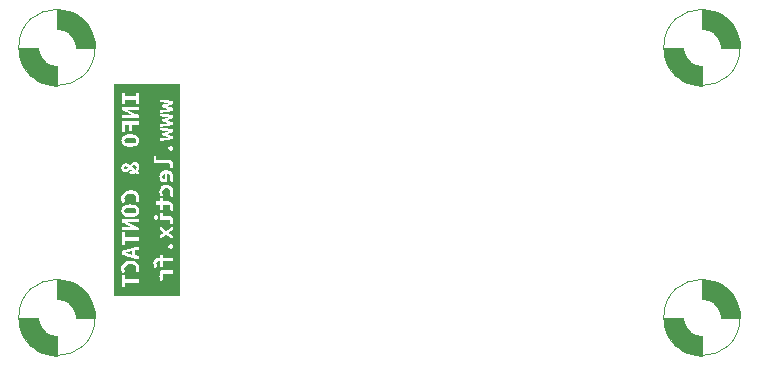
<source format=gbo>
G04 #@! TF.GenerationSoftware,KiCad,Pcbnew,6.0.9-8da3e8f707~116~ubuntu20.04.1*
G04 #@! TF.CreationDate,2023-04-19T17:26:23+00:00*
G04 #@! TF.ProjectId,LEC022102,4c454330-3232-4313-9032-2e6b69636164,rev?*
G04 #@! TF.SameCoordinates,Original*
G04 #@! TF.FileFunction,Legend,Bot*
G04 #@! TF.FilePolarity,Positive*
%FSLAX46Y46*%
G04 Gerber Fmt 4.6, Leading zero omitted, Abs format (unit mm)*
G04 Created by KiCad (PCBNEW 6.0.9-8da3e8f707~116~ubuntu20.04.1) date 2023-04-19 17:26:23*
%MOMM*%
%LPD*%
G01*
G04 APERTURE LIST*
%ADD10C,0.120000*%
%ADD11C,0.010000*%
G04 APERTURE END LIST*
D10*
G04 #@! TO.C,H1*
X148004903Y-71120000D02*
G75*
G03*
X148004903Y-71120000I-3224903J0D01*
G01*
G36*
X143180000Y-71220000D02*
G01*
X143280000Y-71620000D01*
X143480000Y-72020000D01*
X143880000Y-72420000D01*
X144280000Y-72620000D01*
X144680000Y-72720000D01*
X144780000Y-72720000D01*
X144780000Y-74344903D01*
X144280000Y-74320000D01*
X143280000Y-74020000D01*
X142480000Y-73420000D01*
X141980000Y-72720000D01*
X141680000Y-72020000D01*
X141580000Y-71620000D01*
X141580000Y-71120000D01*
X143180000Y-71120000D01*
X143180000Y-71220000D01*
G37*
D11*
X143180000Y-71220000D02*
X143280000Y-71620000D01*
X143480000Y-72020000D01*
X143880000Y-72420000D01*
X144280000Y-72620000D01*
X144680000Y-72720000D01*
X144780000Y-72720000D01*
X144780000Y-74344903D01*
X144280000Y-74320000D01*
X143280000Y-74020000D01*
X142480000Y-73420000D01*
X141980000Y-72720000D01*
X141680000Y-72020000D01*
X141580000Y-71620000D01*
X141580000Y-71120000D01*
X143180000Y-71120000D01*
X143180000Y-71220000D01*
G36*
X145280000Y-67920000D02*
G01*
X146280000Y-68220000D01*
X147080000Y-68820000D01*
X147580000Y-69520000D01*
X147880000Y-70220000D01*
X147980000Y-70620000D01*
X147980000Y-71120000D01*
X146380000Y-71120000D01*
X146380000Y-71020000D01*
X146280000Y-70620000D01*
X146080000Y-70220000D01*
X145680000Y-69820000D01*
X145280000Y-69620000D01*
X144880000Y-69520000D01*
X144780000Y-69520000D01*
X144780000Y-67895097D01*
X145280000Y-67920000D01*
G37*
X145280000Y-67920000D02*
X146280000Y-68220000D01*
X147080000Y-68820000D01*
X147580000Y-69520000D01*
X147880000Y-70220000D01*
X147980000Y-70620000D01*
X147980000Y-71120000D01*
X146380000Y-71120000D01*
X146380000Y-71020000D01*
X146280000Y-70620000D01*
X146080000Y-70220000D01*
X145680000Y-69820000D01*
X145280000Y-69620000D01*
X144880000Y-69520000D01*
X144780000Y-69520000D01*
X144780000Y-67895097D01*
X145280000Y-67920000D01*
D10*
G04 #@! TO.C,H2*
X93394903Y-93980000D02*
G75*
G03*
X93394903Y-93980000I-3224903J0D01*
G01*
G36*
X90670000Y-90780000D02*
G01*
X91670000Y-91080000D01*
X92470000Y-91680000D01*
X92970000Y-92380000D01*
X93270000Y-93080000D01*
X93370000Y-93480000D01*
X93370000Y-93980000D01*
X91770000Y-93980000D01*
X91770000Y-93880000D01*
X91670000Y-93480000D01*
X91470000Y-93080000D01*
X91070000Y-92680000D01*
X90670000Y-92480000D01*
X90270000Y-92380000D01*
X90170000Y-92380000D01*
X90170000Y-90755097D01*
X90670000Y-90780000D01*
G37*
D11*
X90670000Y-90780000D02*
X91670000Y-91080000D01*
X92470000Y-91680000D01*
X92970000Y-92380000D01*
X93270000Y-93080000D01*
X93370000Y-93480000D01*
X93370000Y-93980000D01*
X91770000Y-93980000D01*
X91770000Y-93880000D01*
X91670000Y-93480000D01*
X91470000Y-93080000D01*
X91070000Y-92680000D01*
X90670000Y-92480000D01*
X90270000Y-92380000D01*
X90170000Y-92380000D01*
X90170000Y-90755097D01*
X90670000Y-90780000D01*
G36*
X88570000Y-94080000D02*
G01*
X88670000Y-94480000D01*
X88870000Y-94880000D01*
X89270000Y-95280000D01*
X89670000Y-95480000D01*
X90070000Y-95580000D01*
X90170000Y-95580000D01*
X90170000Y-97204903D01*
X89670000Y-97180000D01*
X88670000Y-96880000D01*
X87870000Y-96280000D01*
X87370000Y-95580000D01*
X87070000Y-94880000D01*
X86970000Y-94480000D01*
X86970000Y-93980000D01*
X88570000Y-93980000D01*
X88570000Y-94080000D01*
G37*
X88570000Y-94080000D02*
X88670000Y-94480000D01*
X88870000Y-94880000D01*
X89270000Y-95280000D01*
X89670000Y-95480000D01*
X90070000Y-95580000D01*
X90170000Y-95580000D01*
X90170000Y-97204903D01*
X89670000Y-97180000D01*
X88670000Y-96880000D01*
X87870000Y-96280000D01*
X87370000Y-95580000D01*
X87070000Y-94880000D01*
X86970000Y-94480000D01*
X86970000Y-93980000D01*
X88570000Y-93980000D01*
X88570000Y-94080000D01*
D10*
G04 #@! TO.C,H3*
X148004903Y-93980000D02*
G75*
G03*
X148004903Y-93980000I-3224903J0D01*
G01*
G36*
X143180000Y-94080000D02*
G01*
X143280000Y-94480000D01*
X143480000Y-94880000D01*
X143880000Y-95280000D01*
X144280000Y-95480000D01*
X144680000Y-95580000D01*
X144780000Y-95580000D01*
X144780000Y-97204903D01*
X144280000Y-97180000D01*
X143280000Y-96880000D01*
X142480000Y-96280000D01*
X141980000Y-95580000D01*
X141680000Y-94880000D01*
X141580000Y-94480000D01*
X141580000Y-93980000D01*
X143180000Y-93980000D01*
X143180000Y-94080000D01*
G37*
D11*
X143180000Y-94080000D02*
X143280000Y-94480000D01*
X143480000Y-94880000D01*
X143880000Y-95280000D01*
X144280000Y-95480000D01*
X144680000Y-95580000D01*
X144780000Y-95580000D01*
X144780000Y-97204903D01*
X144280000Y-97180000D01*
X143280000Y-96880000D01*
X142480000Y-96280000D01*
X141980000Y-95580000D01*
X141680000Y-94880000D01*
X141580000Y-94480000D01*
X141580000Y-93980000D01*
X143180000Y-93980000D01*
X143180000Y-94080000D01*
G36*
X145280000Y-90780000D02*
G01*
X146280000Y-91080000D01*
X147080000Y-91680000D01*
X147580000Y-92380000D01*
X147880000Y-93080000D01*
X147980000Y-93480000D01*
X147980000Y-93980000D01*
X146380000Y-93980000D01*
X146380000Y-93880000D01*
X146280000Y-93480000D01*
X146080000Y-93080000D01*
X145680000Y-92680000D01*
X145280000Y-92480000D01*
X144880000Y-92380000D01*
X144780000Y-92380000D01*
X144780000Y-90755097D01*
X145280000Y-90780000D01*
G37*
X145280000Y-90780000D02*
X146280000Y-91080000D01*
X147080000Y-91680000D01*
X147580000Y-92380000D01*
X147880000Y-93080000D01*
X147980000Y-93480000D01*
X147980000Y-93980000D01*
X146380000Y-93980000D01*
X146380000Y-93880000D01*
X146280000Y-93480000D01*
X146080000Y-93080000D01*
X145680000Y-92680000D01*
X145280000Y-92480000D01*
X144880000Y-92380000D01*
X144780000Y-92380000D01*
X144780000Y-90755097D01*
X145280000Y-90780000D01*
D10*
G04 #@! TO.C,H4*
X93394903Y-71120000D02*
G75*
G03*
X93394903Y-71120000I-3224903J0D01*
G01*
G36*
X90670000Y-67920000D02*
G01*
X91670000Y-68220000D01*
X92470000Y-68820000D01*
X92970000Y-69520000D01*
X93270000Y-70220000D01*
X93370000Y-70620000D01*
X93370000Y-71120000D01*
X91770000Y-71120000D01*
X91770000Y-71020000D01*
X91670000Y-70620000D01*
X91470000Y-70220000D01*
X91070000Y-69820000D01*
X90670000Y-69620000D01*
X90270000Y-69520000D01*
X90170000Y-69520000D01*
X90170000Y-67895097D01*
X90670000Y-67920000D01*
G37*
D11*
X90670000Y-67920000D02*
X91670000Y-68220000D01*
X92470000Y-68820000D01*
X92970000Y-69520000D01*
X93270000Y-70220000D01*
X93370000Y-70620000D01*
X93370000Y-71120000D01*
X91770000Y-71120000D01*
X91770000Y-71020000D01*
X91670000Y-70620000D01*
X91470000Y-70220000D01*
X91070000Y-69820000D01*
X90670000Y-69620000D01*
X90270000Y-69520000D01*
X90170000Y-69520000D01*
X90170000Y-67895097D01*
X90670000Y-67920000D01*
G36*
X88570000Y-71220000D02*
G01*
X88670000Y-71620000D01*
X88870000Y-72020000D01*
X89270000Y-72420000D01*
X89670000Y-72620000D01*
X90070000Y-72720000D01*
X90170000Y-72720000D01*
X90170000Y-74344903D01*
X89670000Y-74320000D01*
X88670000Y-74020000D01*
X87870000Y-73420000D01*
X87370000Y-72720000D01*
X87070000Y-72020000D01*
X86970000Y-71620000D01*
X86970000Y-71120000D01*
X88570000Y-71120000D01*
X88570000Y-71220000D01*
G37*
X88570000Y-71220000D02*
X88670000Y-71620000D01*
X88870000Y-72020000D01*
X89270000Y-72420000D01*
X89670000Y-72620000D01*
X90070000Y-72720000D01*
X90170000Y-72720000D01*
X90170000Y-74344903D01*
X89670000Y-74320000D01*
X88670000Y-74020000D01*
X87870000Y-73420000D01*
X87370000Y-72720000D01*
X87070000Y-72020000D01*
X86970000Y-71620000D01*
X86970000Y-71120000D01*
X88570000Y-71120000D01*
X88570000Y-71220000D01*
G04 #@! TO.C,kibuzzard-62BCA36B*
G36*
X97753487Y-92181660D02*
G01*
X97753487Y-90507344D01*
X98858388Y-90507344D01*
X98860769Y-90575209D01*
X98869103Y-90669269D01*
X98883391Y-90770472D01*
X98906013Y-90862150D01*
X99177475Y-90809763D01*
X99163188Y-90741897D01*
X99150091Y-90662125D01*
X99141756Y-90583544D01*
X99139375Y-90519250D01*
X99145328Y-90397806D01*
X99167950Y-90276363D01*
X99999006Y-90276363D01*
X99999006Y-89981088D01*
X98953638Y-89981088D01*
X98914942Y-90099257D01*
X98884581Y-90220403D01*
X98864936Y-90353455D01*
X98858388Y-90507344D01*
X97753487Y-90507344D01*
X97753487Y-89383394D01*
X98348800Y-89383394D01*
X98365469Y-89573894D01*
X98420238Y-89750106D01*
X98658363Y-89700100D01*
X98619072Y-89563178D01*
X98598831Y-89407206D01*
X98605975Y-89329816D01*
X98636931Y-89265522D01*
X98704797Y-89221469D01*
X98820288Y-89204800D01*
X98879819Y-89204800D01*
X98879819Y-89664381D01*
X99122706Y-89664381D01*
X99122706Y-89204800D01*
X99999006Y-89204800D01*
X99999006Y-88909525D01*
X99122706Y-88909525D01*
X99122706Y-88664256D01*
X98879819Y-88664256D01*
X98879819Y-88909525D01*
X98815525Y-88909525D01*
X98691402Y-88919348D01*
X98590497Y-88948816D01*
X98447622Y-89054781D01*
X98371422Y-89207181D01*
X98348800Y-89383394D01*
X97753487Y-89383394D01*
X97753487Y-87985600D01*
X99601338Y-87985600D01*
X99656106Y-88133238D01*
X99810888Y-88197531D01*
X99970431Y-88133238D01*
X100025200Y-87985600D01*
X100010913Y-87904638D01*
X99969241Y-87836772D01*
X99902566Y-87789147D01*
X99810888Y-87771288D01*
X99721591Y-87789147D01*
X99656106Y-87836772D01*
X99615625Y-87904638D01*
X99601338Y-87985600D01*
X97753487Y-87985600D01*
X97753487Y-87328375D01*
X98879819Y-87328375D01*
X99417981Y-86966425D01*
X99564428Y-87078344D01*
X99720400Y-87183119D01*
X99870419Y-87273606D01*
X99999006Y-87342663D01*
X99999006Y-87037863D01*
X99884111Y-86973569D01*
X99782312Y-86909275D01*
X99691825Y-86846767D01*
X99610863Y-86787831D01*
X99704922Y-86719966D01*
X99796600Y-86659244D01*
X99892445Y-86601498D01*
X99999006Y-86542563D01*
X99999006Y-86244906D01*
X99859703Y-86327059D01*
X99712066Y-86424691D01*
X99563238Y-86531847D01*
X99422744Y-86640194D01*
X98879819Y-86247288D01*
X98879819Y-86554469D01*
X99229863Y-86802119D01*
X98879819Y-87030719D01*
X98879819Y-87328375D01*
X97753487Y-87328375D01*
X97753487Y-85694838D01*
X98879819Y-85694838D01*
X99572763Y-85694838D01*
X99721591Y-85731747D01*
X99770406Y-85854381D01*
X99759691Y-85952013D01*
X99715637Y-86080600D01*
X99951381Y-86118700D01*
X100009722Y-85948441D01*
X100025200Y-85801994D01*
X100016866Y-85696921D01*
X99991863Y-85610303D01*
X99895422Y-85486478D01*
X99741831Y-85420994D01*
X99644795Y-85406706D01*
X99534663Y-85401944D01*
X99122706Y-85401944D01*
X99122706Y-85092381D01*
X98879819Y-85092381D01*
X98879819Y-85694838D01*
X97753487Y-85694838D01*
X97753487Y-85497194D01*
X98370231Y-85497194D01*
X98420238Y-85628163D01*
X98558350Y-85682931D01*
X98694081Y-85628163D01*
X98744088Y-85497194D01*
X98694081Y-85367416D01*
X98558350Y-85313838D01*
X98420238Y-85367416D01*
X98370231Y-85497194D01*
X97753487Y-85497194D01*
X97753487Y-84449444D01*
X98551206Y-84449444D01*
X98879819Y-84449444D01*
X98879819Y-84918550D01*
X99122706Y-84918550D01*
X99122706Y-84449444D01*
X99575144Y-84449444D01*
X99675156Y-84461350D01*
X99734687Y-84494688D01*
X99763262Y-84547075D01*
X99770406Y-84616131D01*
X99768025Y-84691141D01*
X99759691Y-84757816D01*
X99741831Y-84824491D01*
X99710875Y-84899500D01*
X99963288Y-84939981D01*
X100010913Y-84764959D01*
X100025200Y-84582794D01*
X100008531Y-84401819D01*
X99944238Y-84268469D01*
X99809697Y-84185125D01*
X99709387Y-84163694D01*
X99582288Y-84156550D01*
X99122706Y-84156550D01*
X99122706Y-83901756D01*
X98879819Y-83901756D01*
X98879819Y-84156550D01*
X98598831Y-84156550D01*
X98551206Y-84449444D01*
X97753487Y-84449444D01*
X97753487Y-83370738D01*
X98851244Y-83370738D01*
X98865531Y-83551713D01*
X98913156Y-83716019D01*
X99148900Y-83651725D01*
X99119134Y-83545759D01*
X99106038Y-83396931D01*
X99131041Y-83221909D01*
X99200097Y-83108800D01*
X99306062Y-83046888D01*
X99439413Y-83027838D01*
X99577525Y-83049566D01*
X99682300Y-83114753D01*
X99748380Y-83232327D01*
X99770406Y-83411219D01*
X99760881Y-83555284D01*
X99729925Y-83692206D01*
X99970431Y-83735069D01*
X100009722Y-83585050D01*
X100021330Y-83489205D01*
X100025200Y-83377881D01*
X100013889Y-83218635D01*
X99979956Y-83083797D01*
X99926378Y-82972176D01*
X99856131Y-82882581D01*
X99770406Y-82814418D01*
X99670394Y-82767091D01*
X99559070Y-82739409D01*
X99439413Y-82730181D01*
X99321541Y-82739706D01*
X99210813Y-82768281D01*
X99110502Y-82816502D01*
X99023884Y-82884963D01*
X98952447Y-82973962D01*
X98897678Y-83083797D01*
X98862852Y-83215659D01*
X98851244Y-83370738D01*
X97753487Y-83370738D01*
X97753487Y-82037238D01*
X98851244Y-82037238D01*
X98867516Y-82189108D01*
X98916331Y-82314521D01*
X98997691Y-82413475D01*
X99110271Y-82484913D01*
X99252749Y-82527775D01*
X99425125Y-82542063D01*
X99484656Y-82540872D01*
X99534663Y-82537300D01*
X99534663Y-81811019D01*
X99632591Y-81833641D01*
X99707303Y-81901506D01*
X99754630Y-82005091D01*
X99770406Y-82134869D01*
X99751356Y-82302747D01*
X99713256Y-82437288D01*
X99963288Y-82477769D01*
X100007341Y-82315844D01*
X100025200Y-82122963D01*
X100015973Y-81987529D01*
X99988291Y-81866978D01*
X99942452Y-81762203D01*
X99878753Y-81674097D01*
X99797493Y-81603552D01*
X99698969Y-81551463D01*
X99582883Y-81519316D01*
X99448938Y-81508600D01*
X99310230Y-81519911D01*
X99189381Y-81553844D01*
X99086690Y-81606231D01*
X99002453Y-81672906D01*
X98936671Y-81752083D01*
X98889344Y-81841975D01*
X98860769Y-81938416D01*
X98851244Y-82037238D01*
X97753487Y-82037238D01*
X97753487Y-80932338D01*
X98360706Y-80932338D01*
X99575144Y-80932338D01*
X99729925Y-80977581D01*
X99770406Y-81091881D01*
X99746594Y-81239519D01*
X99715637Y-81318100D01*
X99951381Y-81356200D01*
X99968050Y-81324053D01*
X99993053Y-81258569D01*
X100015675Y-81159747D01*
X100025200Y-81027588D01*
X99995137Y-80852566D01*
X99904947Y-80732313D01*
X99757012Y-80662661D01*
X99553713Y-80639444D01*
X98603594Y-80639444D01*
X98603594Y-80329881D01*
X98360706Y-80329881D01*
X98360706Y-80932338D01*
X97753487Y-80932338D01*
X97753487Y-79651225D01*
X99601338Y-79651225D01*
X99656106Y-79798863D01*
X99810888Y-79863156D01*
X99970431Y-79798863D01*
X100025200Y-79651225D01*
X100010913Y-79570263D01*
X99969241Y-79502397D01*
X99902566Y-79454772D01*
X99810888Y-79436913D01*
X99721591Y-79454772D01*
X99656106Y-79502397D01*
X99615625Y-79570263D01*
X99601338Y-79651225D01*
X97753487Y-79651225D01*
X97753487Y-79027338D01*
X98879819Y-79027338D01*
X99040553Y-79012976D01*
X99196525Y-78996084D01*
X99347734Y-78976662D01*
X99494181Y-78954709D01*
X99678331Y-78922563D01*
X99846606Y-78888034D01*
X99999006Y-78851125D01*
X99999006Y-78629669D01*
X99863275Y-78580853D01*
X99743022Y-78537991D01*
X99621578Y-78497509D01*
X99482275Y-78455838D01*
X99619197Y-78412975D01*
X99739450Y-78373684D01*
X99860894Y-78332013D01*
X99999006Y-78279625D01*
X99999006Y-78058169D01*
X99888576Y-78030487D01*
X99766834Y-78004591D01*
X99635270Y-77980480D01*
X99495372Y-77958156D01*
X99348627Y-77937916D01*
X99196525Y-77920056D01*
X99039958Y-77903983D01*
X98879819Y-77889100D01*
X98879819Y-78139131D01*
X99016873Y-78145614D01*
X99151810Y-78152360D01*
X99284631Y-78159372D01*
X99417717Y-78168500D01*
X99553448Y-78181597D01*
X99691825Y-78198663D01*
X99523947Y-78252241D01*
X99376309Y-78292722D01*
X99240578Y-78326059D01*
X99106038Y-78358206D01*
X99106038Y-78570138D01*
X99240578Y-78599903D01*
X99376309Y-78633241D01*
X99523947Y-78671341D01*
X99691825Y-78720156D01*
X99584669Y-78733253D01*
X99482275Y-78743969D01*
X99382560Y-78752601D01*
X99283441Y-78759447D01*
X99085797Y-78768972D01*
X98984891Y-78772841D01*
X98879819Y-78777306D01*
X98879819Y-79027338D01*
X97753487Y-79027338D01*
X97753487Y-77836713D01*
X98879819Y-77836713D01*
X99040553Y-77822351D01*
X99196525Y-77805459D01*
X99347734Y-77786037D01*
X99494181Y-77764084D01*
X99678331Y-77731938D01*
X99846606Y-77697409D01*
X99999006Y-77660500D01*
X99999006Y-77439044D01*
X99863275Y-77390228D01*
X99743022Y-77347366D01*
X99621578Y-77306884D01*
X99482275Y-77265213D01*
X99619197Y-77222350D01*
X99739450Y-77183059D01*
X99860894Y-77141388D01*
X99999006Y-77089000D01*
X99999006Y-76867544D01*
X99888576Y-76839862D01*
X99766834Y-76813966D01*
X99635270Y-76789855D01*
X99495372Y-76767531D01*
X99348627Y-76747291D01*
X99196525Y-76729431D01*
X99039958Y-76713358D01*
X98879819Y-76698475D01*
X98879819Y-76948506D01*
X99016873Y-76954989D01*
X99151810Y-76961735D01*
X99284631Y-76968747D01*
X99417717Y-76977875D01*
X99553448Y-76990972D01*
X99691825Y-77008038D01*
X99523947Y-77061616D01*
X99376309Y-77102097D01*
X99240578Y-77135434D01*
X99106038Y-77167581D01*
X99106038Y-77379513D01*
X99240578Y-77409278D01*
X99376309Y-77442616D01*
X99523947Y-77480716D01*
X99691825Y-77529531D01*
X99584669Y-77542628D01*
X99482275Y-77553344D01*
X99382560Y-77561976D01*
X99283441Y-77568822D01*
X99085797Y-77578347D01*
X98984891Y-77582216D01*
X98879819Y-77586681D01*
X98879819Y-77836713D01*
X97753487Y-77836713D01*
X97753487Y-76646088D01*
X98879819Y-76646088D01*
X99040553Y-76631726D01*
X99196525Y-76614834D01*
X99347734Y-76595412D01*
X99494181Y-76573459D01*
X99678331Y-76541313D01*
X99846606Y-76506784D01*
X99999006Y-76469875D01*
X99999006Y-76248419D01*
X99863275Y-76199603D01*
X99743022Y-76156741D01*
X99621578Y-76116259D01*
X99482275Y-76074588D01*
X99619197Y-76031725D01*
X99739450Y-75992434D01*
X99860894Y-75950763D01*
X99999006Y-75898375D01*
X99999006Y-75676919D01*
X99888576Y-75649237D01*
X99766834Y-75623341D01*
X99635270Y-75599230D01*
X99495372Y-75576906D01*
X99348627Y-75556666D01*
X99196525Y-75538806D01*
X99039958Y-75522733D01*
X98879819Y-75507850D01*
X98879819Y-75757881D01*
X99016873Y-75764364D01*
X99151810Y-75771110D01*
X99284631Y-75778122D01*
X99417717Y-75787250D01*
X99553448Y-75800347D01*
X99691825Y-75817413D01*
X99523947Y-75870991D01*
X99376309Y-75911472D01*
X99240578Y-75944809D01*
X99106038Y-75976956D01*
X99106038Y-76188888D01*
X99240578Y-76218653D01*
X99376309Y-76251991D01*
X99523947Y-76290091D01*
X99691825Y-76338906D01*
X99584669Y-76352003D01*
X99482275Y-76362719D01*
X99382560Y-76371351D01*
X99283441Y-76378197D01*
X99085797Y-76387722D01*
X98984891Y-76391591D01*
X98879819Y-76396056D01*
X98879819Y-76646088D01*
X97753487Y-76646088D01*
X97753487Y-74188340D01*
X100620513Y-74188340D01*
X100620513Y-92181660D01*
X97753487Y-92181660D01*
G37*
G36*
X99332256Y-82258694D02*
G01*
X99245341Y-82246788D01*
X99170331Y-82208688D01*
X99116753Y-82142013D01*
X99096513Y-82042000D01*
X99115563Y-81943178D01*
X99167950Y-81874122D01*
X99244150Y-81831259D01*
X99332256Y-81811019D01*
X99332256Y-82258694D01*
G37*
G04 #@! TO.C,kibuzzard-62BCA378*
G36*
X96869250Y-81110931D02*
G01*
X96928781Y-81252616D01*
X96907350Y-81362153D01*
X96833531Y-81464547D01*
X96751378Y-81396681D01*
X96671606Y-81326434D01*
X96593620Y-81255592D01*
X96516825Y-81185941D01*
X96603741Y-81101406D01*
X96728756Y-81069259D01*
X96869250Y-81110931D01*
G37*
G36*
X96098916Y-81195466D02*
G01*
X96209644Y-81254997D01*
X96096534Y-81371678D01*
X95961994Y-81412159D01*
X95867934Y-81382394D01*
X95835787Y-81305003D01*
X95876269Y-81209753D01*
X95992950Y-81174034D01*
X96098916Y-81195466D01*
G37*
G36*
X96547781Y-88648778D02*
G01*
X96395381Y-88620203D01*
X96248934Y-88588056D01*
X96101297Y-88549956D01*
X95942944Y-88505903D01*
X96101297Y-88461850D01*
X96248934Y-88423750D01*
X96395381Y-88390413D01*
X96547781Y-88360647D01*
X96547781Y-88648778D01*
G37*
G36*
X96496882Y-78752005D02*
G01*
X96594216Y-78758256D01*
X96757331Y-78791594D01*
X96866869Y-78861841D01*
X96907350Y-78983284D01*
X96866869Y-79103537D01*
X96756141Y-79174975D01*
X96593025Y-79208312D01*
X96496584Y-79214563D01*
X96393000Y-79216647D01*
X96289118Y-79214563D01*
X96191784Y-79208312D01*
X96028669Y-79174975D01*
X95919131Y-79104728D01*
X95878650Y-78983284D01*
X95919131Y-78861841D01*
X96029859Y-78791594D01*
X96192975Y-78758256D01*
X96289416Y-78752005D01*
X96393000Y-78749922D01*
X96496882Y-78752005D01*
G37*
G36*
X95028544Y-92181660D02*
G01*
X95028544Y-91425316D01*
X95657194Y-91425316D01*
X95900081Y-91425316D01*
X95900081Y-91037172D01*
X97131187Y-91037172D01*
X97131187Y-90741897D01*
X95900081Y-90741897D01*
X95900081Y-90353753D01*
X95657194Y-90353753D01*
X95657194Y-91425316D01*
X95028544Y-91425316D01*
X95028544Y-89837022D01*
X95623856Y-89837022D01*
X95636953Y-89978706D01*
X95666719Y-90089434D01*
X95702437Y-90169206D01*
X95731012Y-90218022D01*
X95964375Y-90141822D01*
X95903653Y-90009662D01*
X95878650Y-89832259D01*
X95903653Y-89697719D01*
X95986997Y-89581037D01*
X96142969Y-89497694D01*
X96252506Y-89473584D01*
X96385856Y-89465547D01*
X96541034Y-89475204D01*
X96670019Y-89504176D01*
X96772809Y-89552462D01*
X96873715Y-89667060D01*
X96907350Y-89837022D01*
X96881156Y-90026331D01*
X96828769Y-90146584D01*
X97059750Y-90220403D01*
X97129997Y-90052525D01*
X97154107Y-89938523D01*
X97162144Y-89808447D01*
X97139919Y-89616889D01*
X97073244Y-89458139D01*
X96962119Y-89332197D01*
X96851539Y-89260313D01*
X96719827Y-89208967D01*
X96566980Y-89178160D01*
X96393000Y-89167891D01*
X96219764Y-89180392D01*
X96066769Y-89217897D01*
X95934907Y-89277726D01*
X95825072Y-89357200D01*
X95738156Y-89454831D01*
X95675053Y-89569131D01*
X95636655Y-89697421D01*
X95623856Y-89837022D01*
X95028544Y-89837022D01*
X95028544Y-88672591D01*
X95657194Y-88672591D01*
X95821574Y-88724904D01*
X95990866Y-88777068D01*
X96165070Y-88829083D01*
X96344184Y-88880950D01*
X96491869Y-88922146D01*
X96644412Y-88962865D01*
X96801813Y-89003108D01*
X96964071Y-89042875D01*
X97131187Y-89082166D01*
X97131187Y-88767841D01*
X96790669Y-88698784D01*
X96790669Y-88305878D01*
X97131187Y-88239203D01*
X97131187Y-87934403D01*
X96959976Y-87976408D01*
X96794955Y-88018604D01*
X96636126Y-88060990D01*
X96483487Y-88103567D01*
X96337041Y-88146334D01*
X96160158Y-88199466D01*
X95987890Y-88251705D01*
X95820235Y-88303050D01*
X95657194Y-88353503D01*
X95657194Y-88672591D01*
X95028544Y-88672591D01*
X95028544Y-87853441D01*
X95657194Y-87853441D01*
X95900081Y-87853441D01*
X95900081Y-87465297D01*
X97131187Y-87465297D01*
X97131187Y-87170022D01*
X95900081Y-87170022D01*
X95900081Y-86781878D01*
X95657194Y-86781878D01*
X95657194Y-87853441D01*
X95028544Y-87853441D01*
X95028544Y-86612809D01*
X95657194Y-86612809D01*
X97131187Y-86612809D01*
X97131187Y-86377066D01*
X96967807Y-86308406D01*
X96804692Y-86235778D01*
X96641841Y-86159181D01*
X96478990Y-86078616D01*
X96315874Y-85994081D01*
X96152494Y-85905578D01*
X97131187Y-85905578D01*
X97131187Y-85641259D01*
X95657194Y-85641259D01*
X95657194Y-85877003D01*
X95766434Y-85943678D01*
X95884603Y-86010353D01*
X96006940Y-86076135D01*
X96128681Y-86140131D01*
X96248339Y-86200853D01*
X96364425Y-86256812D01*
X96471581Y-86306521D01*
X96564450Y-86348491D01*
X95657194Y-86348491D01*
X95657194Y-86612809D01*
X95028544Y-86612809D01*
X95028544Y-84936409D01*
X95623856Y-84936409D01*
X95645420Y-85095689D01*
X95710110Y-85227451D01*
X95817928Y-85331697D01*
X95926647Y-85391079D01*
X96058732Y-85433495D01*
X96214183Y-85458945D01*
X96393000Y-85467428D01*
X96571817Y-85458796D01*
X96727268Y-85432900D01*
X96859353Y-85389740D01*
X96968072Y-85329316D01*
X97075890Y-85224541D01*
X97140580Y-85094366D01*
X97162144Y-84938791D01*
X97140580Y-84779379D01*
X97075890Y-84647220D01*
X96968072Y-84542312D01*
X96859353Y-84482409D01*
X96727268Y-84439621D01*
X96571817Y-84413948D01*
X96393000Y-84405391D01*
X96214183Y-84414171D01*
X96058732Y-84440514D01*
X95926647Y-84484418D01*
X95817928Y-84545884D01*
X95710110Y-84651718D01*
X95645420Y-84781893D01*
X95623856Y-84936409D01*
X95028544Y-84936409D01*
X95028544Y-83883897D01*
X95623856Y-83883897D01*
X95636953Y-84025581D01*
X95666719Y-84136309D01*
X95702437Y-84216081D01*
X95731012Y-84264897D01*
X95964375Y-84188697D01*
X95903653Y-84056537D01*
X95878650Y-83879134D01*
X95903653Y-83744594D01*
X95986997Y-83627912D01*
X96142969Y-83544569D01*
X96252506Y-83520459D01*
X96385856Y-83512422D01*
X96541034Y-83522079D01*
X96670019Y-83551051D01*
X96772809Y-83599337D01*
X96873715Y-83713935D01*
X96907350Y-83883897D01*
X96881156Y-84073206D01*
X96828769Y-84193459D01*
X97059750Y-84267278D01*
X97129997Y-84099400D01*
X97154107Y-83985398D01*
X97162144Y-83855322D01*
X97139919Y-83663764D01*
X97073244Y-83505014D01*
X96962119Y-83379072D01*
X96851539Y-83307188D01*
X96719827Y-83255842D01*
X96566980Y-83225035D01*
X96393000Y-83214766D01*
X96219764Y-83227267D01*
X96066769Y-83264772D01*
X95934907Y-83324601D01*
X95825072Y-83404075D01*
X95738156Y-83501706D01*
X95675053Y-83616006D01*
X95636655Y-83744296D01*
X95623856Y-83883897D01*
X95028544Y-83883897D01*
X95028544Y-81305003D01*
X95623856Y-81305003D01*
X95645287Y-81435972D01*
X95708391Y-81550272D01*
X95813166Y-81631234D01*
X95959612Y-81662191D01*
X96072424Y-81644927D01*
X96182259Y-81593134D01*
X96282570Y-81504433D01*
X96366806Y-81376441D01*
X96483487Y-81476453D01*
X96604931Y-81583609D01*
X96472177Y-81609208D01*
X96316800Y-81619328D01*
X96347756Y-81862216D01*
X96476344Y-81852393D01*
X96595406Y-81827687D01*
X96704348Y-81791076D01*
X96802575Y-81745534D01*
X96964500Y-81847928D01*
X97131187Y-81916984D01*
X97131187Y-81638378D01*
X97004981Y-81581228D01*
X97067787Y-81499075D01*
X97113328Y-81414541D01*
X97150237Y-81245472D01*
X97116900Y-81058544D01*
X97027603Y-80925194D01*
X96897825Y-80845422D01*
X96743044Y-80819228D01*
X96631423Y-80833813D01*
X96525159Y-80877569D01*
X96429612Y-80950495D01*
X96350137Y-81052591D01*
X96185831Y-80958531D01*
X96007237Y-80921622D01*
X95839359Y-80954959D01*
X95719106Y-81043066D01*
X95647669Y-81165700D01*
X95623856Y-81305003D01*
X95028544Y-81305003D01*
X95028544Y-78983284D01*
X95623856Y-78983284D01*
X95645420Y-79142564D01*
X95710110Y-79274326D01*
X95817928Y-79378572D01*
X95926647Y-79437954D01*
X96058732Y-79480370D01*
X96214183Y-79505820D01*
X96393000Y-79514303D01*
X96571817Y-79505671D01*
X96727268Y-79479775D01*
X96859353Y-79436615D01*
X96968072Y-79376191D01*
X97075890Y-79271416D01*
X97140580Y-79141241D01*
X97162144Y-78985666D01*
X97140580Y-78826254D01*
X97075890Y-78694095D01*
X96968072Y-78589187D01*
X96859353Y-78529284D01*
X96727268Y-78486496D01*
X96571817Y-78460823D01*
X96393000Y-78452266D01*
X96214183Y-78461046D01*
X96058732Y-78487389D01*
X95926647Y-78531293D01*
X95817928Y-78592759D01*
X95710110Y-78698593D01*
X95645420Y-78828768D01*
X95623856Y-78983284D01*
X95028544Y-78983284D01*
X95028544Y-77347366D01*
X95657194Y-77347366D01*
X95657194Y-78249859D01*
X95900081Y-78249859D01*
X95900081Y-77640259D01*
X96257269Y-77640259D01*
X96257269Y-78173659D01*
X96500156Y-78173659D01*
X96500156Y-77640259D01*
X97131187Y-77640259D01*
X97131187Y-77347366D01*
X95657194Y-77347366D01*
X95028544Y-77347366D01*
X95028544Y-77087809D01*
X95657194Y-77087809D01*
X97131187Y-77087809D01*
X97131187Y-76852066D01*
X96967807Y-76783406D01*
X96804692Y-76710778D01*
X96641841Y-76634181D01*
X96478990Y-76553616D01*
X96315874Y-76469081D01*
X96152494Y-76380578D01*
X97131187Y-76380578D01*
X97131187Y-76116259D01*
X95657194Y-76116259D01*
X95657194Y-76352003D01*
X95766434Y-76418678D01*
X95884603Y-76485353D01*
X96006940Y-76551135D01*
X96128681Y-76615131D01*
X96248339Y-76675853D01*
X96364425Y-76731812D01*
X96471581Y-76781521D01*
X96564450Y-76823491D01*
X95657194Y-76823491D01*
X95657194Y-77087809D01*
X95028544Y-77087809D01*
X95028544Y-75880516D01*
X95657194Y-75880516D01*
X95900081Y-75880516D01*
X95900081Y-75561428D01*
X96888300Y-75561428D01*
X96888300Y-75880516D01*
X97131187Y-75880516D01*
X97131187Y-74944684D01*
X96888300Y-74944684D01*
X96888300Y-75266153D01*
X95900081Y-75266153D01*
X95900081Y-74944684D01*
X95657194Y-74944684D01*
X95657194Y-75880516D01*
X95028544Y-75880516D01*
X95028544Y-74188340D01*
X97757456Y-74188340D01*
X97757456Y-92181660D01*
X95028544Y-92181660D01*
G37*
G36*
X96496882Y-84705130D02*
G01*
X96594216Y-84711381D01*
X96757331Y-84744719D01*
X96866869Y-84814966D01*
X96907350Y-84936409D01*
X96866869Y-85056662D01*
X96756141Y-85128100D01*
X96593025Y-85161437D01*
X96496584Y-85167688D01*
X96393000Y-85169772D01*
X96289118Y-85167688D01*
X96191784Y-85161437D01*
X96028669Y-85128100D01*
X95919131Y-85057853D01*
X95878650Y-84936409D01*
X95919131Y-84814966D01*
X96029859Y-84744719D01*
X96192975Y-84711381D01*
X96289416Y-84705130D01*
X96393000Y-84703047D01*
X96496882Y-84705130D01*
G37*
G04 #@! TD*
M02*

</source>
